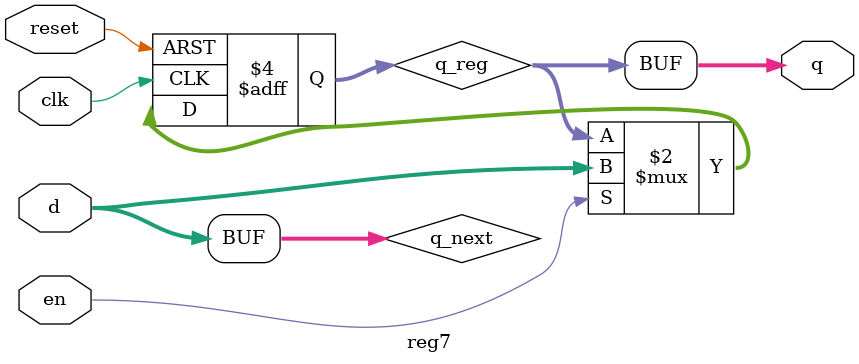
<source format=v>
module reg7(
    input wire clk,
    input wire reset,
    input wire en,
    input wire [6:0] d,
    output wire [6:0] q
    
);

    reg [6:0] q_reg;
    wire [6:0] q_next;

always @(posedge clk, posedge reset)
begin
    if(reset)
        q_reg <= 7'b0000000;
    else if(en)
        q_reg <= q_next;
end


assign q_next = d;
assign q = q_reg;



endmodule
</source>
